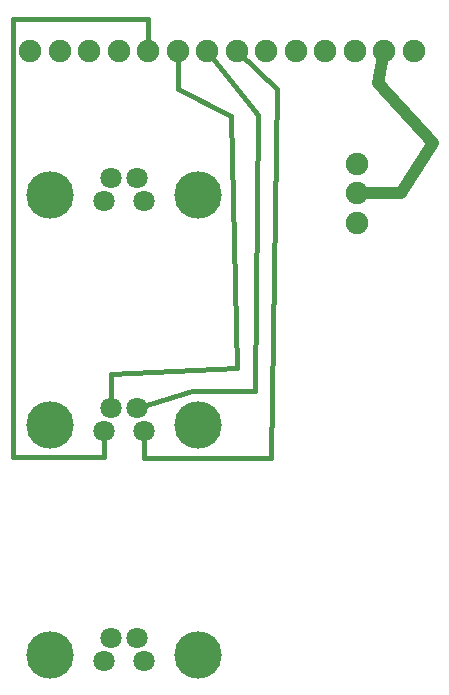
<source format=gbl>
G04 Layer: BottomLayer*
G04 EasyEDA v6.5.42, 2024-04-22 14:16:48*
G04 7752da08fb664a89a939598d6395460c,c115876feeed43bc8c79c948ea027e3a,10*
G04 Gerber Generator version 0.2*
G04 Scale: 100 percent, Rotated: No, Reflected: No *
G04 Dimensions in millimeters *
G04 leading zeros omitted , absolute positions ,4 integer and 5 decimal *
%FSLAX45Y45*%
%MOMM*%

%ADD10C,0.4000*%
%ADD11C,1.0000*%
%ADD12C,4.0160*%
%ADD13C,1.8000*%
%ADD14C,1.9000*%

%LPD*%
D10*
X1237741Y-4271263D02*
G01*
X1701800Y-4127500D01*
X2235200Y-4127500D01*
X2260600Y-1790700D01*
X1834895Y-1250950D01*
X960374Y-4466336D02*
G01*
X960374Y-4686300D01*
X190500Y-4686300D01*
X190500Y-977900D01*
X1335024Y-977900D01*
X1335024Y-1250950D01*
D11*
X3100070Y-2454910D02*
G01*
X3473958Y-2456434D01*
X3746500Y-2032000D01*
X3276600Y-1524000D01*
X3335020Y-1250950D01*
D10*
X1300225Y-4466336D02*
G01*
X1300225Y-4699000D01*
X2374900Y-4699000D01*
X2425700Y-1574800D01*
X2085086Y-1250950D01*
X1022858Y-4271263D02*
G01*
X1022858Y-3987800D01*
X2082800Y-3937000D01*
X2032000Y-1803400D01*
X1587500Y-1574800D01*
X1584959Y-1250950D01*
D12*
G01*
X1755292Y-6362700D03*
G01*
X505307Y-6362700D03*
D13*
G01*
X960297Y-6412712D03*
G01*
X1300302Y-6412712D03*
G01*
X1022807Y-6217691D03*
G01*
X1237792Y-6217691D03*
D12*
G01*
X1755292Y-2469718D03*
G01*
X505307Y-2469718D03*
D13*
G01*
X960297Y-2519730D03*
G01*
X1300302Y-2519730D03*
G01*
X1022807Y-2324709D03*
G01*
X1237792Y-2324709D03*
D12*
G01*
X1755292Y-4416221D03*
G01*
X505307Y-4416221D03*
D13*
G01*
X960297Y-4466234D03*
G01*
X1300302Y-4466234D03*
G01*
X1022807Y-4271213D03*
G01*
X1237792Y-4271213D03*
D14*
G01*
X3585006Y-1251000D03*
G01*
X3334994Y-1251000D03*
G01*
X2585008Y-1251000D03*
G01*
X2334996Y-1251000D03*
G01*
X2085009Y-1251000D03*
G01*
X1834997Y-1251000D03*
G01*
X1585010Y-1251000D03*
G01*
X1334998Y-1251000D03*
G01*
X1085011Y-1251000D03*
G01*
X834999Y-1251000D03*
G01*
X585012Y-1251000D03*
G01*
X335000Y-1251000D03*
G01*
X3099993Y-2704998D03*
G01*
X3099993Y-2454986D03*
G01*
X3099993Y-2204999D03*
G01*
X3085007Y-1251000D03*
G01*
X2834995Y-1251000D03*
M02*

</source>
